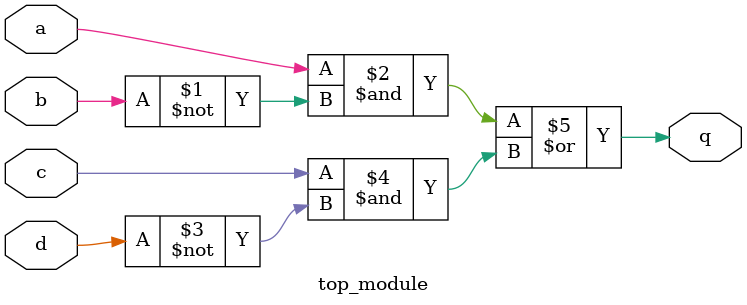
<source format=sv>
module top_module (
	input a,
	input b,
	input c,
	input d,
	output q
);
	assign q = a & ~b | c & ~d;
endmodule

</source>
